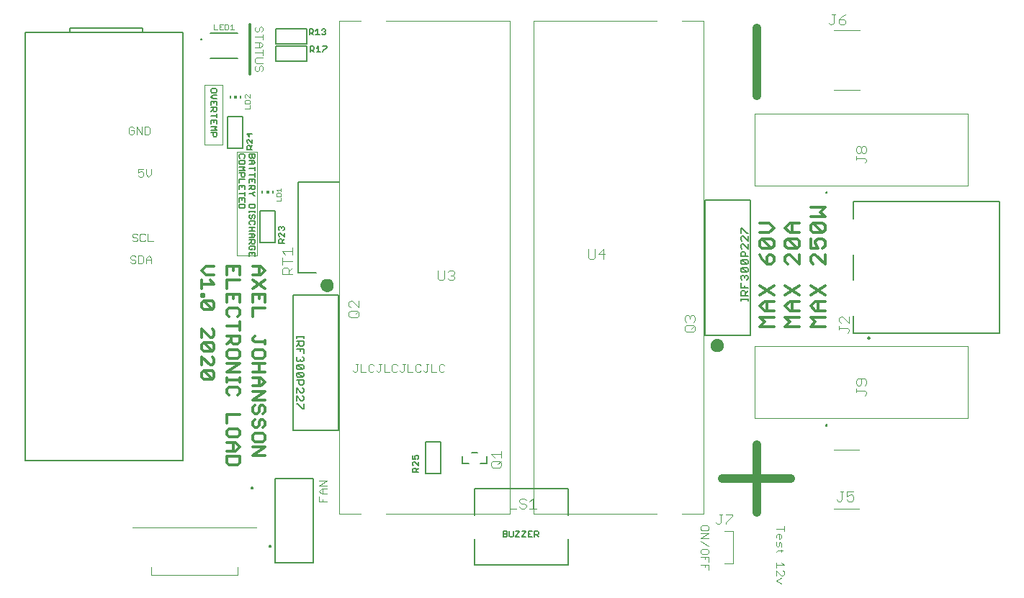
<source format=gbr>
G04 EAGLE Gerber RS-274X export*
G75*
%MOMM*%
%FSLAX34Y34*%
%LPD*%
%INSilkscreen Top*%
%IPPOS*%
%AMOC8*
5,1,8,0,0,1.08239X$1,22.5*%
G01*
%ADD10C,0.330200*%
%ADD11C,0.304800*%
%ADD12C,1.041400*%
%ADD13C,0.076200*%
%ADD14C,0.127000*%
%ADD15C,0.100000*%
%ADD16C,0.300000*%
%ADD17C,0.177800*%
%ADD18C,0.200000*%
%ADD19C,0.101600*%
%ADD20C,0.200000*%
%ADD21C,0.152400*%
%ADD22C,0.762000*%
%ADD23C,0.050800*%
%ADD24C,0.203200*%
%ADD25R,0.150000X0.300000*%
%ADD26R,0.300000X0.300000*%


D10*
X850349Y358651D02*
X833637Y358651D01*
X839208Y364222D01*
X833637Y369793D01*
X850349Y369793D01*
X850349Y377067D02*
X839208Y377067D01*
X833637Y382637D01*
X839208Y388208D01*
X850349Y388208D01*
X841993Y388208D02*
X841993Y377067D01*
X833637Y395482D02*
X850349Y406624D01*
X850349Y395482D02*
X833637Y406624D01*
X836422Y437885D02*
X833637Y443455D01*
X836422Y437885D02*
X841993Y432314D01*
X847564Y432314D01*
X850349Y435099D01*
X850349Y440670D01*
X847564Y443455D01*
X844778Y443455D01*
X841993Y440670D01*
X841993Y432314D01*
X847564Y450730D02*
X836422Y450730D01*
X833637Y453515D01*
X833637Y459086D01*
X836422Y461871D01*
X847564Y461871D01*
X850349Y459086D01*
X850349Y453515D01*
X847564Y450730D01*
X836422Y461871D01*
X833637Y469145D02*
X844778Y469145D01*
X850349Y474716D01*
X844778Y480287D01*
X833637Y480287D01*
X863637Y358651D02*
X880349Y358651D01*
X869208Y364222D02*
X863637Y358651D01*
X869208Y364222D02*
X863637Y369793D01*
X880349Y369793D01*
X880349Y377067D02*
X869208Y377067D01*
X863637Y382637D01*
X869208Y388208D01*
X880349Y388208D01*
X871993Y388208D02*
X871993Y377067D01*
X863637Y395482D02*
X880349Y406624D01*
X880349Y395482D02*
X863637Y406624D01*
X880349Y432314D02*
X880349Y443455D01*
X880349Y432314D02*
X869208Y443455D01*
X866422Y443455D01*
X863637Y440670D01*
X863637Y435099D01*
X866422Y432314D01*
X866422Y450730D02*
X877564Y450730D01*
X866422Y450730D02*
X863637Y453515D01*
X863637Y459086D01*
X866422Y461871D01*
X877564Y461871D01*
X880349Y459086D01*
X880349Y453515D01*
X877564Y450730D01*
X866422Y461871D01*
X869208Y469145D02*
X880349Y469145D01*
X869208Y469145D02*
X863637Y474716D01*
X869208Y480287D01*
X880349Y480287D01*
X871993Y480287D02*
X871993Y469145D01*
X893637Y358651D02*
X910349Y358651D01*
X899208Y364222D02*
X893637Y358651D01*
X899208Y364222D02*
X893637Y369793D01*
X910349Y369793D01*
X910349Y377067D02*
X899208Y377067D01*
X893637Y382637D01*
X899208Y388208D01*
X910349Y388208D01*
X901993Y388208D02*
X901993Y377067D01*
X893637Y395482D02*
X910349Y406624D01*
X910349Y395482D02*
X893637Y406624D01*
X910349Y432314D02*
X910349Y443455D01*
X910349Y432314D02*
X899208Y443455D01*
X896422Y443455D01*
X893637Y440670D01*
X893637Y435099D01*
X896422Y432314D01*
X893637Y450730D02*
X893637Y461871D01*
X893637Y450730D02*
X901993Y450730D01*
X899208Y456300D01*
X899208Y459086D01*
X901993Y461871D01*
X907564Y461871D01*
X910349Y459086D01*
X910349Y453515D01*
X907564Y450730D01*
X907564Y469145D02*
X896422Y469145D01*
X893637Y471931D01*
X893637Y477501D01*
X896422Y480287D01*
X907564Y480287D01*
X910349Y477501D01*
X910349Y471931D01*
X907564Y469145D01*
X896422Y480287D01*
X893637Y487561D02*
X910349Y487561D01*
X904778Y493132D01*
X910349Y498703D01*
X893637Y498703D01*
D11*
X247354Y429476D02*
X237524Y429476D01*
X247354Y429476D02*
X252269Y424561D01*
X247354Y419646D01*
X237524Y419646D01*
X244896Y419646D02*
X244896Y429476D01*
X252269Y413104D02*
X237524Y403275D01*
X237524Y413104D02*
X252269Y403275D01*
X252269Y396733D02*
X252269Y386903D01*
X252269Y396733D02*
X237524Y396733D01*
X237524Y386903D01*
X244896Y391818D02*
X244896Y396733D01*
X252269Y380361D02*
X237524Y380361D01*
X237524Y370532D01*
X239981Y347618D02*
X237524Y345161D01*
X237524Y342703D01*
X239981Y340246D01*
X252269Y340246D01*
X252269Y342703D02*
X252269Y337788D01*
X252269Y328789D02*
X252269Y323874D01*
X252269Y328789D02*
X249811Y331247D01*
X239981Y331247D01*
X237524Y328789D01*
X237524Y323874D01*
X239981Y321417D01*
X249811Y321417D01*
X252269Y323874D01*
X252269Y314875D02*
X237524Y314875D01*
X244896Y314875D02*
X244896Y305045D01*
X237524Y305045D02*
X252269Y305045D01*
X247354Y298504D02*
X237524Y298504D01*
X247354Y298504D02*
X252269Y293589D01*
X247354Y288674D01*
X237524Y288674D01*
X244896Y288674D02*
X244896Y298504D01*
X237524Y282132D02*
X252269Y282132D01*
X237524Y272302D01*
X252269Y272302D01*
X252269Y258388D02*
X249811Y255931D01*
X252269Y258388D02*
X252269Y263303D01*
X249811Y265760D01*
X247354Y265760D01*
X244896Y263303D01*
X244896Y258388D01*
X242439Y255931D01*
X239981Y255931D01*
X237524Y258388D01*
X237524Y263303D01*
X239981Y265760D01*
X252269Y242017D02*
X249811Y239559D01*
X252269Y242017D02*
X252269Y246931D01*
X249811Y249389D01*
X247354Y249389D01*
X244896Y246931D01*
X244896Y242017D01*
X242439Y239559D01*
X239981Y239559D01*
X237524Y242017D01*
X237524Y246931D01*
X239981Y249389D01*
X252269Y230560D02*
X252269Y225645D01*
X252269Y230560D02*
X249811Y233017D01*
X239981Y233017D01*
X237524Y230560D01*
X237524Y225645D01*
X239981Y223188D01*
X249811Y223188D01*
X252269Y225645D01*
X252269Y216646D02*
X237524Y216646D01*
X237524Y206816D02*
X252269Y216646D01*
X252269Y206816D02*
X237524Y206816D01*
D12*
X829949Y630207D02*
X829949Y709999D01*
X829949Y219999D02*
X829949Y140207D01*
X790053Y180103D02*
X869845Y180103D01*
D11*
X222269Y419646D02*
X222269Y429476D01*
X207524Y429476D01*
X207524Y419646D01*
X214896Y424561D02*
X214896Y429476D01*
X222269Y413104D02*
X207524Y413104D01*
X207524Y403275D01*
X222269Y396733D02*
X222269Y386903D01*
X222269Y396733D02*
X207524Y396733D01*
X207524Y386903D01*
X214896Y391818D02*
X214896Y396733D01*
X222269Y372989D02*
X219811Y370532D01*
X222269Y372989D02*
X222269Y377904D01*
X219811Y380361D01*
X209981Y380361D01*
X207524Y377904D01*
X207524Y372989D01*
X209981Y370532D01*
X207524Y359075D02*
X222269Y359075D01*
X222269Y363990D02*
X222269Y354160D01*
X222269Y347618D02*
X207524Y347618D01*
X222269Y347618D02*
X222269Y340246D01*
X219811Y337788D01*
X214896Y337788D01*
X212439Y340246D01*
X212439Y347618D01*
X212439Y342703D02*
X207524Y337788D01*
X222269Y328789D02*
X222269Y323874D01*
X222269Y328789D02*
X219811Y331247D01*
X209981Y331247D01*
X207524Y328789D01*
X207524Y323874D01*
X209981Y321417D01*
X219811Y321417D01*
X222269Y323874D01*
X222269Y314875D02*
X207524Y314875D01*
X207524Y305045D02*
X222269Y314875D01*
X222269Y305045D02*
X207524Y305045D01*
X207524Y298504D02*
X207524Y293589D01*
X207524Y296046D02*
X222269Y296046D01*
X222269Y293589D02*
X222269Y298504D01*
X222269Y280217D02*
X219811Y277759D01*
X222269Y280217D02*
X222269Y285132D01*
X219811Y287589D01*
X209981Y287589D01*
X207524Y285132D01*
X207524Y280217D01*
X209981Y277759D01*
X207524Y254846D02*
X222269Y254846D01*
X207524Y254846D02*
X207524Y245016D01*
X222269Y236017D02*
X222269Y231102D01*
X222269Y236017D02*
X219811Y238474D01*
X209981Y238474D01*
X207524Y236017D01*
X207524Y231102D01*
X209981Y228645D01*
X219811Y228645D01*
X222269Y231102D01*
X217354Y222103D02*
X207524Y222103D01*
X217354Y222103D02*
X222269Y217188D01*
X217354Y212273D01*
X207524Y212273D01*
X214896Y212273D02*
X214896Y222103D01*
X222269Y205731D02*
X207524Y205731D01*
X207524Y198359D01*
X209981Y195902D01*
X219811Y195902D01*
X222269Y198359D01*
X222269Y205731D01*
X192269Y429476D02*
X182439Y429476D01*
X177524Y424561D01*
X182439Y419646D01*
X192269Y419646D01*
X187354Y413104D02*
X192269Y408190D01*
X177524Y408190D01*
X177524Y413104D02*
X177524Y403275D01*
X177524Y396733D02*
X179981Y396733D01*
X179981Y394275D01*
X177524Y394275D01*
X177524Y396733D01*
X179981Y388547D02*
X189811Y388547D01*
X192269Y386090D01*
X192269Y381175D01*
X189811Y378717D01*
X179981Y378717D01*
X177524Y381175D01*
X177524Y386090D01*
X179981Y388547D01*
X189811Y378717D01*
X177524Y355804D02*
X177524Y345974D01*
X177524Y355804D02*
X187354Y345974D01*
X189811Y345974D01*
X192269Y348432D01*
X192269Y353347D01*
X189811Y355804D01*
X189811Y339432D02*
X179981Y339432D01*
X189811Y339432D02*
X192269Y336975D01*
X192269Y332060D01*
X189811Y329603D01*
X179981Y329603D01*
X177524Y332060D01*
X177524Y336975D01*
X179981Y339432D01*
X189811Y329603D01*
X177524Y323061D02*
X177524Y313231D01*
X177524Y323061D02*
X187354Y313231D01*
X189811Y313231D01*
X192269Y315689D01*
X192269Y320603D01*
X189811Y323061D01*
X189811Y306689D02*
X179981Y306689D01*
X189811Y306689D02*
X192269Y304232D01*
X192269Y299317D01*
X189811Y296860D01*
X179981Y296860D01*
X177524Y299317D01*
X177524Y304232D01*
X179981Y306689D01*
X189811Y296860D01*
D13*
X248086Y705455D02*
X249627Y706996D01*
X249627Y710078D01*
X248086Y711619D01*
X246545Y711619D01*
X245004Y710078D01*
X245004Y706996D01*
X243463Y705455D01*
X241922Y705455D01*
X240381Y706996D01*
X240381Y710078D01*
X241922Y711619D01*
X240381Y699329D02*
X249627Y699329D01*
X249627Y702411D02*
X249627Y696247D01*
X246545Y693203D02*
X240381Y693203D01*
X246545Y693203D02*
X249627Y690121D01*
X246545Y687039D01*
X240381Y687039D01*
X245004Y687039D02*
X245004Y693203D01*
X240381Y680914D02*
X249627Y680914D01*
X249627Y683995D02*
X249627Y677832D01*
X249627Y674788D02*
X241922Y674788D01*
X240381Y673247D01*
X240381Y670165D01*
X241922Y668624D01*
X249627Y668624D01*
X249627Y660957D02*
X248086Y659416D01*
X249627Y660957D02*
X249627Y664039D01*
X248086Y665580D01*
X246545Y665580D01*
X245004Y664039D01*
X245004Y660957D01*
X243463Y659416D01*
X241922Y659416D01*
X240381Y660957D01*
X240381Y664039D01*
X241922Y665580D01*
X853051Y120847D02*
X862297Y120847D01*
X862297Y117766D02*
X862297Y123929D01*
X853051Y113181D02*
X853051Y110099D01*
X853051Y113181D02*
X854592Y114722D01*
X857674Y114722D01*
X859215Y113181D01*
X859215Y110099D01*
X857674Y108558D01*
X856133Y108558D01*
X856133Y114722D01*
X853051Y105514D02*
X853051Y100891D01*
X854592Y99350D01*
X856133Y100891D01*
X856133Y103973D01*
X857674Y105514D01*
X859215Y103973D01*
X859215Y99350D01*
X860756Y94765D02*
X854592Y94765D01*
X853051Y93224D01*
X859215Y93224D02*
X859215Y96306D01*
X859215Y80959D02*
X862297Y77878D01*
X853051Y77878D01*
X853051Y80959D02*
X853051Y74796D01*
X853051Y71752D02*
X853051Y65588D01*
X853051Y71752D02*
X859215Y65588D01*
X860756Y65588D01*
X862297Y67129D01*
X862297Y70211D01*
X860756Y71752D01*
X859215Y62544D02*
X853051Y59462D01*
X859215Y56380D01*
X773627Y119996D02*
X773627Y123078D01*
X772086Y124619D01*
X765922Y124619D01*
X764381Y123078D01*
X764381Y119996D01*
X765922Y118455D01*
X772086Y118455D01*
X773627Y119996D01*
X773627Y115411D02*
X764381Y115411D01*
X764381Y109247D02*
X773627Y115411D01*
X773627Y109247D02*
X764381Y109247D01*
X764381Y106203D02*
X773627Y100039D01*
X773627Y95455D02*
X773627Y92373D01*
X773627Y95455D02*
X772086Y96995D01*
X765922Y96995D01*
X764381Y95455D01*
X764381Y92373D01*
X765922Y90832D01*
X772086Y90832D01*
X773627Y92373D01*
X773627Y87788D02*
X764381Y87788D01*
X773627Y87788D02*
X773627Y81624D01*
X769004Y84706D02*
X769004Y87788D01*
X764381Y78580D02*
X773627Y78580D01*
X773627Y72416D01*
X769004Y75498D02*
X769004Y78580D01*
D14*
X240371Y561365D02*
X233635Y561365D01*
X240371Y561365D02*
X240371Y557997D01*
X239248Y556875D01*
X238126Y556875D01*
X237003Y557997D01*
X235880Y556875D01*
X234758Y556875D01*
X233635Y557997D01*
X233635Y561365D01*
X237003Y561365D02*
X237003Y557997D01*
X238126Y553999D02*
X233635Y553999D01*
X238126Y553999D02*
X240371Y551753D01*
X238126Y549508D01*
X233635Y549508D01*
X237003Y549508D02*
X237003Y553999D01*
X233635Y544387D02*
X240371Y544387D01*
X240371Y546632D02*
X240371Y542142D01*
X240371Y537021D02*
X233635Y537021D01*
X240371Y539266D02*
X240371Y534776D01*
X240371Y531900D02*
X240371Y527409D01*
X240371Y531900D02*
X233635Y531900D01*
X233635Y527409D01*
X237003Y529655D02*
X237003Y531900D01*
X233635Y524534D02*
X240371Y524534D01*
X240371Y521166D01*
X239248Y520043D01*
X237003Y520043D01*
X235880Y521166D01*
X235880Y524534D01*
X235880Y522288D02*
X233635Y520043D01*
X239248Y517167D02*
X240371Y517167D01*
X239248Y517167D02*
X237003Y514922D01*
X239248Y512677D01*
X240371Y512677D01*
X237003Y514922D02*
X233635Y514922D01*
X233635Y502435D02*
X240371Y502435D01*
X233635Y502435D02*
X233635Y499067D01*
X234758Y497944D01*
X239248Y497944D01*
X240371Y499067D01*
X240371Y502435D01*
X233635Y495068D02*
X233635Y492823D01*
X233635Y493946D02*
X240371Y493946D01*
X240371Y495068D02*
X240371Y492823D01*
X240371Y486790D02*
X239248Y485667D01*
X240371Y486790D02*
X240371Y489035D01*
X239248Y490158D01*
X238126Y490158D01*
X237003Y489035D01*
X237003Y486790D01*
X235880Y485667D01*
X234758Y485667D01*
X233635Y486790D01*
X233635Y489035D01*
X234758Y490158D01*
X240371Y479423D02*
X239248Y478301D01*
X240371Y479423D02*
X240371Y481669D01*
X239248Y482791D01*
X234758Y482791D01*
X233635Y481669D01*
X233635Y479423D01*
X234758Y478301D01*
X233635Y475425D02*
X240371Y475425D01*
X237003Y475425D02*
X237003Y470935D01*
X240371Y470935D02*
X233635Y470935D01*
X233635Y468059D02*
X238126Y468059D01*
X240371Y465814D01*
X238126Y463568D01*
X233635Y463568D01*
X237003Y463568D02*
X237003Y468059D01*
X233635Y460693D02*
X240371Y460693D01*
X240371Y457325D01*
X239248Y456202D01*
X237003Y456202D01*
X235880Y457325D01*
X235880Y460693D01*
X235880Y458447D02*
X233635Y456202D01*
X240371Y449958D02*
X239248Y448836D01*
X240371Y449958D02*
X240371Y452204D01*
X239248Y453326D01*
X234758Y453326D01*
X233635Y452204D01*
X233635Y449958D01*
X234758Y448836D01*
X237003Y448836D01*
X237003Y451081D01*
X240371Y445960D02*
X240371Y441469D01*
X240371Y445960D02*
X233635Y445960D01*
X233635Y441469D01*
X237003Y443715D02*
X237003Y445960D01*
X227248Y556875D02*
X228371Y557997D01*
X228371Y560242D01*
X227248Y561365D01*
X222758Y561365D01*
X221635Y560242D01*
X221635Y557997D01*
X222758Y556875D01*
X228371Y552876D02*
X228371Y550631D01*
X228371Y552876D02*
X227248Y553999D01*
X222758Y553999D01*
X221635Y552876D01*
X221635Y550631D01*
X222758Y549508D01*
X227248Y549508D01*
X228371Y550631D01*
X228371Y546632D02*
X221635Y546632D01*
X226126Y544387D02*
X228371Y546632D01*
X226126Y544387D02*
X228371Y542142D01*
X221635Y542142D01*
X221635Y539266D02*
X228371Y539266D01*
X228371Y535898D01*
X227248Y534776D01*
X225003Y534776D01*
X223880Y535898D01*
X223880Y539266D01*
X221635Y531900D02*
X228371Y531900D01*
X221635Y531900D02*
X221635Y527409D01*
X228371Y524534D02*
X228371Y520043D01*
X228371Y524534D02*
X221635Y524534D01*
X221635Y520043D01*
X225003Y522288D02*
X225003Y524534D01*
X221635Y514922D02*
X228371Y514922D01*
X228371Y517167D02*
X228371Y512677D01*
X228371Y509801D02*
X228371Y505311D01*
X228371Y509801D02*
X221635Y509801D01*
X221635Y505311D01*
X225003Y507556D02*
X225003Y509801D01*
X228371Y502435D02*
X221635Y502435D01*
X221635Y499067D01*
X222758Y497944D01*
X227248Y497944D01*
X228371Y499067D01*
X228371Y502435D01*
D15*
X219000Y564000D02*
X243000Y564000D01*
X243000Y442000D01*
X219000Y442000D01*
X219000Y564000D01*
D16*
X234000Y656000D02*
X234000Y714000D01*
D14*
X195371Y637242D02*
X195371Y634997D01*
X195371Y637242D02*
X194248Y638365D01*
X189758Y638365D01*
X188635Y637242D01*
X188635Y634997D01*
X189758Y633875D01*
X194248Y633875D01*
X195371Y634997D01*
X195371Y630999D02*
X190880Y630999D01*
X188635Y628753D01*
X190880Y626508D01*
X195371Y626508D01*
X195371Y623632D02*
X195371Y619142D01*
X195371Y623632D02*
X188635Y623632D01*
X188635Y619142D01*
X192003Y621387D02*
X192003Y623632D01*
X188635Y616266D02*
X195371Y616266D01*
X195371Y612898D01*
X194248Y611776D01*
X192003Y611776D01*
X190880Y612898D01*
X190880Y616266D01*
X190880Y614021D02*
X188635Y611776D01*
X188635Y606655D02*
X195371Y606655D01*
X195371Y608900D02*
X195371Y604409D01*
X195371Y601534D02*
X195371Y597043D01*
X195371Y601534D02*
X188635Y601534D01*
X188635Y597043D01*
X192003Y599288D02*
X192003Y601534D01*
X188635Y594167D02*
X195371Y594167D01*
X193126Y591922D01*
X195371Y589677D01*
X188635Y589677D01*
X188635Y586801D02*
X195371Y586801D01*
X195371Y583433D01*
X194248Y582311D01*
X192003Y582311D01*
X190880Y583433D01*
X190880Y586801D01*
D15*
X202000Y573000D02*
X202000Y643000D01*
X202000Y573000D02*
X181000Y573000D01*
X181000Y643000D01*
X202000Y643000D01*
X241681Y121818D02*
X96342Y121818D01*
D13*
X355381Y306922D02*
X356922Y305381D01*
X358463Y305381D01*
X360004Y306922D01*
X360004Y314627D01*
X358463Y314627D02*
X361545Y314627D01*
X364589Y314627D02*
X364589Y305381D01*
X370753Y305381D01*
X379961Y313086D02*
X378420Y314627D01*
X375338Y314627D01*
X373797Y313086D01*
X373797Y306922D01*
X375338Y305381D01*
X378420Y305381D01*
X379961Y306922D01*
X383005Y306922D02*
X384546Y305381D01*
X386086Y305381D01*
X387627Y306922D01*
X387627Y314627D01*
X386086Y314627D02*
X389168Y314627D01*
X392212Y314627D02*
X392212Y305381D01*
X398376Y305381D01*
X407584Y313086D02*
X406043Y314627D01*
X402961Y314627D01*
X401420Y313086D01*
X401420Y306922D01*
X402961Y305381D01*
X406043Y305381D01*
X407584Y306922D01*
X410628Y306922D02*
X412169Y305381D01*
X413710Y305381D01*
X415251Y306922D01*
X415251Y314627D01*
X413710Y314627D02*
X416792Y314627D01*
X419836Y314627D02*
X419836Y305381D01*
X426000Y305381D01*
X435208Y313086D02*
X433667Y314627D01*
X430585Y314627D01*
X429044Y313086D01*
X429044Y306922D01*
X430585Y305381D01*
X433667Y305381D01*
X435208Y306922D01*
X438252Y306922D02*
X439793Y305381D01*
X441334Y305381D01*
X442875Y306922D01*
X442875Y314627D01*
X441334Y314627D02*
X444416Y314627D01*
X447459Y314627D02*
X447459Y305381D01*
X453623Y305381D01*
X462831Y313086D02*
X461290Y314627D01*
X458208Y314627D01*
X456667Y313086D01*
X456667Y306922D01*
X458208Y305381D01*
X461290Y305381D01*
X462831Y306922D01*
D14*
X532035Y117871D02*
X532035Y111135D01*
X532035Y117871D02*
X535403Y117871D01*
X536526Y116748D01*
X536526Y115626D01*
X535403Y114503D01*
X536526Y113380D01*
X536526Y112258D01*
X535403Y111135D01*
X532035Y111135D01*
X532035Y114503D02*
X535403Y114503D01*
X539401Y112258D02*
X539401Y117871D01*
X539401Y112258D02*
X540524Y111135D01*
X542769Y111135D01*
X543892Y112258D01*
X543892Y117871D01*
X546768Y117871D02*
X551258Y117871D01*
X551258Y116748D01*
X546768Y112258D01*
X546768Y111135D01*
X551258Y111135D01*
X554134Y117871D02*
X558624Y117871D01*
X558624Y116748D01*
X554134Y112258D01*
X554134Y111135D01*
X558624Y111135D01*
X561500Y117871D02*
X565991Y117871D01*
X561500Y117871D02*
X561500Y111135D01*
X565991Y111135D01*
X563745Y114503D02*
X561500Y114503D01*
X568866Y111135D02*
X568866Y117871D01*
X572234Y117871D01*
X573357Y116748D01*
X573357Y114503D01*
X572234Y113380D01*
X568866Y113380D01*
X571112Y113380D02*
X573357Y111135D01*
D17*
X289089Y344868D02*
X289089Y347611D01*
X289089Y346240D02*
X297318Y346240D01*
X297318Y347611D02*
X297318Y344868D01*
X297318Y341472D02*
X289089Y341472D01*
X297318Y341472D02*
X297318Y337358D01*
X295947Y335986D01*
X293204Y335986D01*
X291832Y337358D01*
X291832Y341472D01*
X291832Y338729D02*
X289089Y335986D01*
X289089Y332265D02*
X297318Y332265D01*
X297318Y326779D01*
X293204Y329522D02*
X293204Y332265D01*
X295947Y323057D02*
X297318Y321685D01*
X297318Y318942D01*
X295947Y317571D01*
X294575Y317571D01*
X293204Y318942D01*
X293204Y320314D01*
X293204Y318942D02*
X291832Y317571D01*
X290461Y317571D01*
X289089Y318942D01*
X289089Y321685D01*
X290461Y323057D01*
X290461Y313849D02*
X295947Y313849D01*
X297318Y312477D01*
X297318Y309734D01*
X295947Y308363D01*
X290461Y308363D01*
X289089Y309734D01*
X289089Y312477D01*
X290461Y313849D01*
X295947Y308363D01*
X295947Y304641D02*
X290461Y304641D01*
X295947Y304641D02*
X297318Y303270D01*
X297318Y300527D01*
X295947Y299155D01*
X290461Y299155D01*
X289089Y300527D01*
X289089Y303270D01*
X290461Y304641D01*
X295947Y299155D01*
X297318Y295433D02*
X289089Y295433D01*
X297318Y295433D02*
X297318Y291319D01*
X295947Y289947D01*
X293204Y289947D01*
X291832Y291319D01*
X291832Y295433D01*
X289089Y286225D02*
X289089Y280739D01*
X289089Y286225D02*
X294575Y280739D01*
X295947Y280739D01*
X297318Y282111D01*
X297318Y284854D01*
X295947Y286225D01*
X289089Y277018D02*
X289089Y271532D01*
X289089Y277018D02*
X294575Y271532D01*
X295947Y271532D01*
X297318Y272903D01*
X297318Y275646D01*
X295947Y277018D01*
X297318Y267810D02*
X297318Y262324D01*
X295947Y262324D01*
X290461Y267810D01*
X289089Y267810D01*
X819711Y388889D02*
X819711Y391632D01*
X819711Y390261D02*
X811482Y390261D01*
X811482Y391632D02*
X811482Y388889D01*
X811482Y395028D02*
X819711Y395028D01*
X811482Y395028D02*
X811482Y399142D01*
X812854Y400514D01*
X815597Y400514D01*
X816968Y399142D01*
X816968Y395028D01*
X816968Y397771D02*
X819711Y400514D01*
X819711Y404235D02*
X811482Y404235D01*
X811482Y409721D01*
X815597Y406978D02*
X815597Y404235D01*
X812854Y413443D02*
X811482Y414815D01*
X811482Y417558D01*
X812854Y418929D01*
X814225Y418929D01*
X815597Y417558D01*
X815597Y416186D01*
X815597Y417558D02*
X816968Y418929D01*
X818340Y418929D01*
X819711Y417558D01*
X819711Y414815D01*
X818340Y413443D01*
X818340Y422651D02*
X812854Y422651D01*
X811482Y424023D01*
X811482Y426766D01*
X812854Y428137D01*
X818340Y428137D01*
X819711Y426766D01*
X819711Y424023D01*
X818340Y422651D01*
X812854Y428137D01*
X812854Y431859D02*
X818340Y431859D01*
X812854Y431859D02*
X811482Y433230D01*
X811482Y435973D01*
X812854Y437345D01*
X818340Y437345D01*
X819711Y435973D01*
X819711Y433230D01*
X818340Y431859D01*
X812854Y437345D01*
X811482Y441067D02*
X819711Y441067D01*
X811482Y441067D02*
X811482Y445181D01*
X812854Y446553D01*
X815597Y446553D01*
X816968Y445181D01*
X816968Y441067D01*
X819711Y450275D02*
X819711Y455761D01*
X819711Y450275D02*
X814225Y455761D01*
X812854Y455761D01*
X811482Y454389D01*
X811482Y451646D01*
X812854Y450275D01*
X819711Y459482D02*
X819711Y464968D01*
X819711Y459482D02*
X814225Y464968D01*
X812854Y464968D01*
X811482Y463597D01*
X811482Y460854D01*
X812854Y459482D01*
X811482Y468690D02*
X811482Y474176D01*
X812854Y474176D01*
X818340Y468690D01*
X819711Y468690D01*
D14*
X943350Y371100D02*
X943350Y350700D01*
X943350Y413300D02*
X943350Y443100D01*
X943350Y485300D02*
X943350Y505700D01*
X1115350Y505700D01*
X1115350Y350700D01*
X943350Y350700D01*
D18*
X960850Y345200D02*
X960852Y345263D01*
X960858Y345325D01*
X960868Y345387D01*
X960881Y345449D01*
X960899Y345509D01*
X960920Y345568D01*
X960945Y345626D01*
X960974Y345682D01*
X961006Y345736D01*
X961041Y345788D01*
X961079Y345837D01*
X961121Y345885D01*
X961165Y345929D01*
X961213Y345971D01*
X961262Y346009D01*
X961314Y346044D01*
X961368Y346076D01*
X961424Y346105D01*
X961482Y346130D01*
X961541Y346151D01*
X961601Y346169D01*
X961663Y346182D01*
X961725Y346192D01*
X961787Y346198D01*
X961850Y346200D01*
X961913Y346198D01*
X961975Y346192D01*
X962037Y346182D01*
X962099Y346169D01*
X962159Y346151D01*
X962218Y346130D01*
X962276Y346105D01*
X962332Y346076D01*
X962386Y346044D01*
X962438Y346009D01*
X962487Y345971D01*
X962535Y345929D01*
X962579Y345885D01*
X962621Y345837D01*
X962659Y345788D01*
X962694Y345736D01*
X962726Y345682D01*
X962755Y345626D01*
X962780Y345568D01*
X962801Y345509D01*
X962819Y345449D01*
X962832Y345387D01*
X962842Y345325D01*
X962848Y345263D01*
X962850Y345200D01*
X962848Y345137D01*
X962842Y345075D01*
X962832Y345013D01*
X962819Y344951D01*
X962801Y344891D01*
X962780Y344832D01*
X962755Y344774D01*
X962726Y344718D01*
X962694Y344664D01*
X962659Y344612D01*
X962621Y344563D01*
X962579Y344515D01*
X962535Y344471D01*
X962487Y344429D01*
X962438Y344391D01*
X962386Y344356D01*
X962332Y344324D01*
X962276Y344295D01*
X962218Y344270D01*
X962159Y344249D01*
X962099Y344231D01*
X962037Y344218D01*
X961975Y344208D01*
X961913Y344202D01*
X961850Y344200D01*
X961787Y344202D01*
X961725Y344208D01*
X961663Y344218D01*
X961601Y344231D01*
X961541Y344249D01*
X961482Y344270D01*
X961424Y344295D01*
X961368Y344324D01*
X961314Y344356D01*
X961262Y344391D01*
X961213Y344429D01*
X961165Y344471D01*
X961121Y344515D01*
X961079Y344563D01*
X961041Y344612D01*
X961006Y344664D01*
X960974Y344718D01*
X960945Y344774D01*
X960920Y344832D01*
X960899Y344891D01*
X960881Y344951D01*
X960868Y345013D01*
X960858Y345075D01*
X960852Y345137D01*
X960850Y345200D01*
D19*
X938842Y353157D02*
X936893Y351208D01*
X938842Y353157D02*
X938842Y355106D01*
X936893Y357055D01*
X927148Y357055D01*
X927148Y355106D02*
X927148Y359004D01*
X938842Y362902D02*
X938842Y370698D01*
X938842Y362902D02*
X931046Y370698D01*
X929097Y370698D01*
X927148Y368749D01*
X927148Y364851D01*
X929097Y362902D01*
D15*
X364460Y717942D02*
X339460Y717942D01*
X339460Y137942D01*
X364460Y137942D01*
X394460Y137942D02*
X539460Y137942D01*
X539460Y717942D01*
X394460Y717942D01*
D19*
X455274Y424794D02*
X455274Y415049D01*
X457223Y413100D01*
X461121Y413100D01*
X463070Y415049D01*
X463070Y424794D01*
X466968Y422845D02*
X468917Y424794D01*
X472815Y424794D01*
X474764Y422845D01*
X474764Y420896D01*
X472815Y418947D01*
X470866Y418947D01*
X472815Y418947D02*
X474764Y416998D01*
X474764Y415049D01*
X472815Y413100D01*
X468917Y413100D01*
X466968Y415049D01*
D15*
X742500Y138000D02*
X767500Y138000D01*
X767500Y718000D01*
X742500Y718000D01*
X712500Y718000D02*
X567500Y718000D01*
X567500Y138000D01*
X712500Y138000D01*
D19*
X632314Y440107D02*
X632314Y449852D01*
X632314Y440107D02*
X634263Y438158D01*
X638161Y438158D01*
X640110Y440107D01*
X640110Y449852D01*
X649855Y449852D02*
X649855Y438158D01*
X644008Y444005D02*
X649855Y449852D01*
X651804Y444005D02*
X644008Y444005D01*
D15*
X118520Y75940D02*
X118520Y65940D01*
X219520Y65940D01*
X219520Y75940D01*
D20*
X236520Y167940D03*
D18*
X236582Y167942D01*
X236643Y167948D01*
X236704Y167957D01*
X236764Y167970D01*
X236823Y167987D01*
X236881Y168008D01*
X236938Y168032D01*
X236993Y168059D01*
X237046Y168090D01*
X237098Y168124D01*
X237147Y168161D01*
X237194Y168201D01*
X237238Y168244D01*
X237279Y168289D01*
X237318Y168337D01*
X237354Y168388D01*
X237386Y168440D01*
X237415Y168494D01*
X237441Y168550D01*
X237463Y168608D01*
X237482Y168666D01*
X237497Y168726D01*
X237508Y168787D01*
X237516Y168848D01*
X237520Y168909D01*
X237520Y168971D01*
X237516Y169032D01*
X237508Y169093D01*
X237497Y169154D01*
X237482Y169214D01*
X237463Y169272D01*
X237441Y169330D01*
X237415Y169386D01*
X237386Y169440D01*
X237354Y169492D01*
X237318Y169543D01*
X237279Y169591D01*
X237238Y169636D01*
X237194Y169679D01*
X237147Y169719D01*
X237098Y169756D01*
X237046Y169790D01*
X236993Y169821D01*
X236938Y169848D01*
X236881Y169872D01*
X236823Y169893D01*
X236764Y169910D01*
X236704Y169923D01*
X236643Y169932D01*
X236582Y169938D01*
X236520Y169940D01*
D20*
X236520Y169940D03*
D18*
X236458Y169938D01*
X236397Y169932D01*
X236336Y169923D01*
X236276Y169910D01*
X236217Y169893D01*
X236159Y169872D01*
X236102Y169848D01*
X236047Y169821D01*
X235994Y169790D01*
X235942Y169756D01*
X235893Y169719D01*
X235846Y169679D01*
X235802Y169636D01*
X235761Y169591D01*
X235722Y169543D01*
X235686Y169492D01*
X235654Y169440D01*
X235625Y169386D01*
X235599Y169330D01*
X235577Y169272D01*
X235558Y169214D01*
X235543Y169154D01*
X235532Y169093D01*
X235524Y169032D01*
X235520Y168971D01*
X235520Y168909D01*
X235524Y168848D01*
X235532Y168787D01*
X235543Y168726D01*
X235558Y168666D01*
X235577Y168608D01*
X235599Y168550D01*
X235625Y168494D01*
X235654Y168440D01*
X235686Y168388D01*
X235722Y168337D01*
X235761Y168289D01*
X235802Y168244D01*
X235846Y168201D01*
X235893Y168161D01*
X235942Y168124D01*
X235994Y168090D01*
X236047Y168059D01*
X236102Y168032D01*
X236159Y168008D01*
X236217Y167987D01*
X236276Y167970D01*
X236336Y167957D01*
X236397Y167948D01*
X236458Y167942D01*
X236520Y167940D01*
D21*
X155300Y201150D02*
X155300Y704070D01*
X155380Y704410D02*
X-30040Y704410D01*
X-29620Y200830D02*
X155800Y200830D01*
X-30120Y201150D02*
X-30120Y704070D01*
D13*
X96444Y594067D02*
X97985Y592526D01*
X96444Y594067D02*
X93362Y594067D01*
X91821Y592526D01*
X91821Y586362D01*
X93362Y584821D01*
X96444Y584821D01*
X97985Y586362D01*
X97985Y589444D01*
X94903Y589444D01*
X101029Y584821D02*
X101029Y594067D01*
X107193Y584821D01*
X107193Y594067D01*
X110237Y594067D02*
X110237Y584821D01*
X114860Y584821D01*
X116401Y586362D01*
X116401Y592526D01*
X114860Y594067D01*
X110237Y594067D01*
X108985Y544067D02*
X102821Y544067D01*
X102821Y539444D01*
X105903Y540985D01*
X107444Y540985D01*
X108985Y539444D01*
X108985Y536362D01*
X107444Y534821D01*
X104362Y534821D01*
X102821Y536362D01*
X112029Y537903D02*
X112029Y544067D01*
X112029Y537903D02*
X115111Y534821D01*
X118193Y537903D01*
X118193Y544067D01*
X100444Y468067D02*
X101985Y466526D01*
X100444Y468067D02*
X97362Y468067D01*
X95821Y466526D01*
X95821Y464985D01*
X97362Y463444D01*
X100444Y463444D01*
X101985Y461903D01*
X101985Y460362D01*
X100444Y458821D01*
X97362Y458821D01*
X95821Y460362D01*
X109652Y468067D02*
X111193Y466526D01*
X109652Y468067D02*
X106570Y468067D01*
X105029Y466526D01*
X105029Y460362D01*
X106570Y458821D01*
X109652Y458821D01*
X111193Y460362D01*
X114237Y458821D02*
X114237Y468067D01*
X114237Y458821D02*
X120401Y458821D01*
X99985Y440526D02*
X98444Y442067D01*
X95362Y442067D01*
X93821Y440526D01*
X93821Y438985D01*
X95362Y437444D01*
X98444Y437444D01*
X99985Y435903D01*
X99985Y434362D01*
X98444Y432821D01*
X95362Y432821D01*
X93821Y434362D01*
X103029Y432821D02*
X103029Y442067D01*
X103029Y432821D02*
X107652Y432821D01*
X109193Y434362D01*
X109193Y440526D01*
X107652Y442067D01*
X103029Y442067D01*
X112237Y438985D02*
X112237Y432821D01*
X112237Y438985D02*
X115319Y442067D01*
X118401Y438985D01*
X118401Y432821D01*
X118401Y437444D02*
X112237Y437444D01*
D21*
X22440Y704440D02*
X22440Y709440D01*
X108440Y709440D01*
X108440Y704440D01*
D15*
X920540Y213860D02*
X950540Y213860D01*
X950540Y143860D02*
X920540Y143860D01*
D19*
X926303Y153018D02*
X924354Y154967D01*
X926303Y153018D02*
X928252Y153018D01*
X930201Y154967D01*
X930201Y164712D01*
X928252Y164712D02*
X932150Y164712D01*
X936048Y164712D02*
X943844Y164712D01*
X936048Y164712D02*
X936048Y158865D01*
X939946Y160814D01*
X941895Y160814D01*
X943844Y158865D01*
X943844Y154967D01*
X941895Y153018D01*
X937997Y153018D01*
X936048Y154967D01*
D15*
X921040Y707340D02*
X951040Y707340D01*
X951040Y637340D02*
X921040Y637340D01*
D19*
X916803Y713998D02*
X914854Y715947D01*
X916803Y713998D02*
X918752Y713998D01*
X920701Y715947D01*
X920701Y725692D01*
X918752Y725692D02*
X922650Y725692D01*
X930446Y723743D02*
X934344Y725692D01*
X930446Y723743D02*
X926548Y719845D01*
X926548Y715947D01*
X928497Y713998D01*
X932395Y713998D01*
X934344Y715947D01*
X934344Y717896D01*
X932395Y719845D01*
X926548Y719845D01*
D14*
X308500Y179500D02*
X308500Y80500D01*
X263500Y80500D01*
X263500Y179500D01*
X308500Y179500D01*
D18*
X257000Y100000D02*
X257002Y100063D01*
X257008Y100125D01*
X257018Y100187D01*
X257031Y100249D01*
X257049Y100309D01*
X257070Y100368D01*
X257095Y100426D01*
X257124Y100482D01*
X257156Y100536D01*
X257191Y100588D01*
X257229Y100637D01*
X257271Y100685D01*
X257315Y100729D01*
X257363Y100771D01*
X257412Y100809D01*
X257464Y100844D01*
X257518Y100876D01*
X257574Y100905D01*
X257632Y100930D01*
X257691Y100951D01*
X257751Y100969D01*
X257813Y100982D01*
X257875Y100992D01*
X257937Y100998D01*
X258000Y101000D01*
X258063Y100998D01*
X258125Y100992D01*
X258187Y100982D01*
X258249Y100969D01*
X258309Y100951D01*
X258368Y100930D01*
X258426Y100905D01*
X258482Y100876D01*
X258536Y100844D01*
X258588Y100809D01*
X258637Y100771D01*
X258685Y100729D01*
X258729Y100685D01*
X258771Y100637D01*
X258809Y100588D01*
X258844Y100536D01*
X258876Y100482D01*
X258905Y100426D01*
X258930Y100368D01*
X258951Y100309D01*
X258969Y100249D01*
X258982Y100187D01*
X258992Y100125D01*
X258998Y100063D01*
X259000Y100000D01*
X258998Y99937D01*
X258992Y99875D01*
X258982Y99813D01*
X258969Y99751D01*
X258951Y99691D01*
X258930Y99632D01*
X258905Y99574D01*
X258876Y99518D01*
X258844Y99464D01*
X258809Y99412D01*
X258771Y99363D01*
X258729Y99315D01*
X258685Y99271D01*
X258637Y99229D01*
X258588Y99191D01*
X258536Y99156D01*
X258482Y99124D01*
X258426Y99095D01*
X258368Y99070D01*
X258309Y99049D01*
X258249Y99031D01*
X258187Y99018D01*
X258125Y99008D01*
X258063Y99002D01*
X258000Y99000D01*
X257937Y99002D01*
X257875Y99008D01*
X257813Y99018D01*
X257751Y99031D01*
X257691Y99049D01*
X257632Y99070D01*
X257574Y99095D01*
X257518Y99124D01*
X257464Y99156D01*
X257412Y99191D01*
X257363Y99229D01*
X257315Y99271D01*
X257271Y99315D01*
X257229Y99363D01*
X257191Y99412D01*
X257156Y99464D01*
X257124Y99518D01*
X257095Y99574D01*
X257070Y99632D01*
X257049Y99691D01*
X257031Y99751D01*
X257018Y99813D01*
X257008Y99875D01*
X257002Y99937D01*
X257000Y100000D01*
D13*
X315373Y152303D02*
X324784Y152303D01*
X315373Y152303D02*
X315373Y158577D01*
X320078Y155440D02*
X320078Y152303D01*
X318510Y161662D02*
X324784Y161662D01*
X318510Y161662D02*
X315373Y164799D01*
X318510Y167936D01*
X324784Y167936D01*
X320078Y167936D02*
X320078Y161662D01*
X324784Y171022D02*
X315373Y171022D01*
X324784Y177295D01*
X315373Y177295D01*
D14*
X338550Y395350D02*
X285450Y395350D01*
X285450Y236650D01*
X338550Y236650D01*
X338550Y395350D01*
D22*
X320890Y407440D02*
X320892Y407563D01*
X320898Y407687D01*
X320908Y407810D01*
X320922Y407932D01*
X320940Y408054D01*
X320962Y408176D01*
X320987Y408296D01*
X321017Y408416D01*
X321051Y408535D01*
X321088Y408653D01*
X321129Y408769D01*
X321174Y408884D01*
X321223Y408997D01*
X321275Y409109D01*
X321331Y409219D01*
X321390Y409327D01*
X321453Y409433D01*
X321519Y409537D01*
X321589Y409639D01*
X321662Y409739D01*
X321738Y409836D01*
X321817Y409931D01*
X321899Y410023D01*
X321984Y410112D01*
X322072Y410199D01*
X322163Y410282D01*
X322256Y410363D01*
X322352Y410441D01*
X322451Y410515D01*
X322551Y410586D01*
X322654Y410654D01*
X322759Y410719D01*
X322867Y410780D01*
X322976Y410838D01*
X323087Y410892D01*
X323199Y410942D01*
X323314Y410989D01*
X323429Y411032D01*
X323546Y411071D01*
X323664Y411107D01*
X323784Y411138D01*
X323904Y411166D01*
X324025Y411190D01*
X324147Y411210D01*
X324269Y411226D01*
X324392Y411238D01*
X324515Y411246D01*
X324638Y411250D01*
X324762Y411250D01*
X324885Y411246D01*
X325008Y411238D01*
X325131Y411226D01*
X325253Y411210D01*
X325375Y411190D01*
X325496Y411166D01*
X325616Y411138D01*
X325736Y411107D01*
X325854Y411071D01*
X325971Y411032D01*
X326086Y410989D01*
X326201Y410942D01*
X326313Y410892D01*
X326424Y410838D01*
X326533Y410780D01*
X326641Y410719D01*
X326746Y410654D01*
X326849Y410586D01*
X326949Y410515D01*
X327048Y410441D01*
X327144Y410363D01*
X327237Y410282D01*
X327328Y410199D01*
X327416Y410112D01*
X327501Y410023D01*
X327583Y409931D01*
X327662Y409836D01*
X327738Y409739D01*
X327811Y409639D01*
X327881Y409537D01*
X327947Y409433D01*
X328010Y409327D01*
X328069Y409219D01*
X328125Y409109D01*
X328177Y408997D01*
X328226Y408884D01*
X328271Y408769D01*
X328312Y408653D01*
X328349Y408535D01*
X328383Y408416D01*
X328413Y408296D01*
X328438Y408176D01*
X328460Y408054D01*
X328478Y407932D01*
X328492Y407810D01*
X328502Y407687D01*
X328508Y407563D01*
X328510Y407440D01*
X328508Y407317D01*
X328502Y407193D01*
X328492Y407070D01*
X328478Y406948D01*
X328460Y406826D01*
X328438Y406704D01*
X328413Y406584D01*
X328383Y406464D01*
X328349Y406345D01*
X328312Y406227D01*
X328271Y406111D01*
X328226Y405996D01*
X328177Y405883D01*
X328125Y405771D01*
X328069Y405661D01*
X328010Y405553D01*
X327947Y405447D01*
X327881Y405343D01*
X327811Y405241D01*
X327738Y405141D01*
X327662Y405044D01*
X327583Y404949D01*
X327501Y404857D01*
X327416Y404768D01*
X327328Y404681D01*
X327237Y404598D01*
X327144Y404517D01*
X327048Y404439D01*
X326949Y404365D01*
X326849Y404294D01*
X326746Y404226D01*
X326641Y404161D01*
X326533Y404100D01*
X326424Y404042D01*
X326313Y403988D01*
X326201Y403938D01*
X326086Y403891D01*
X325971Y403848D01*
X325854Y403809D01*
X325736Y403773D01*
X325616Y403742D01*
X325496Y403714D01*
X325375Y403690D01*
X325253Y403670D01*
X325131Y403654D01*
X325008Y403642D01*
X324885Y403634D01*
X324762Y403630D01*
X324638Y403630D01*
X324515Y403634D01*
X324392Y403642D01*
X324269Y403654D01*
X324147Y403670D01*
X324025Y403690D01*
X323904Y403714D01*
X323784Y403742D01*
X323664Y403773D01*
X323546Y403809D01*
X323429Y403848D01*
X323314Y403891D01*
X323199Y403938D01*
X323087Y403988D01*
X322976Y404042D01*
X322867Y404100D01*
X322759Y404161D01*
X322654Y404226D01*
X322551Y404294D01*
X322451Y404365D01*
X322352Y404439D01*
X322256Y404517D01*
X322163Y404598D01*
X322072Y404681D01*
X321984Y404768D01*
X321899Y404857D01*
X321817Y404949D01*
X321738Y405044D01*
X321662Y405141D01*
X321589Y405241D01*
X321519Y405343D01*
X321453Y405447D01*
X321390Y405553D01*
X321331Y405661D01*
X321275Y405771D01*
X321223Y405883D01*
X321174Y405996D01*
X321129Y406111D01*
X321088Y406227D01*
X321051Y406345D01*
X321017Y406464D01*
X320987Y406584D01*
X320962Y406704D01*
X320940Y406826D01*
X320922Y406948D01*
X320908Y407070D01*
X320898Y407193D01*
X320892Y407317D01*
X320890Y407440D01*
D19*
X352591Y369378D02*
X360396Y369378D01*
X352591Y369378D02*
X350640Y371329D01*
X350640Y375232D01*
X352591Y377183D01*
X360396Y377183D01*
X362348Y375232D01*
X362348Y371329D01*
X360396Y369378D01*
X358445Y373281D02*
X362348Y377183D01*
X362348Y381085D02*
X362348Y388890D01*
X362348Y381085D02*
X354542Y388890D01*
X352591Y388890D01*
X350640Y386939D01*
X350640Y383036D01*
X352591Y381085D01*
D14*
X769450Y348650D02*
X822550Y348650D01*
X822550Y507350D01*
X769450Y507350D01*
X769450Y348650D01*
D22*
X779490Y336560D02*
X779492Y336683D01*
X779498Y336807D01*
X779508Y336930D01*
X779522Y337052D01*
X779540Y337174D01*
X779562Y337296D01*
X779587Y337416D01*
X779617Y337536D01*
X779651Y337655D01*
X779688Y337773D01*
X779729Y337889D01*
X779774Y338004D01*
X779823Y338117D01*
X779875Y338229D01*
X779931Y338339D01*
X779990Y338447D01*
X780053Y338553D01*
X780119Y338657D01*
X780189Y338759D01*
X780262Y338859D01*
X780338Y338956D01*
X780417Y339051D01*
X780499Y339143D01*
X780584Y339232D01*
X780672Y339319D01*
X780763Y339402D01*
X780856Y339483D01*
X780952Y339561D01*
X781051Y339635D01*
X781151Y339706D01*
X781254Y339774D01*
X781359Y339839D01*
X781467Y339900D01*
X781576Y339958D01*
X781687Y340012D01*
X781799Y340062D01*
X781914Y340109D01*
X782029Y340152D01*
X782146Y340191D01*
X782264Y340227D01*
X782384Y340258D01*
X782504Y340286D01*
X782625Y340310D01*
X782747Y340330D01*
X782869Y340346D01*
X782992Y340358D01*
X783115Y340366D01*
X783238Y340370D01*
X783362Y340370D01*
X783485Y340366D01*
X783608Y340358D01*
X783731Y340346D01*
X783853Y340330D01*
X783975Y340310D01*
X784096Y340286D01*
X784216Y340258D01*
X784336Y340227D01*
X784454Y340191D01*
X784571Y340152D01*
X784686Y340109D01*
X784801Y340062D01*
X784913Y340012D01*
X785024Y339958D01*
X785133Y339900D01*
X785241Y339839D01*
X785346Y339774D01*
X785449Y339706D01*
X785549Y339635D01*
X785648Y339561D01*
X785744Y339483D01*
X785837Y339402D01*
X785928Y339319D01*
X786016Y339232D01*
X786101Y339143D01*
X786183Y339051D01*
X786262Y338956D01*
X786338Y338859D01*
X786411Y338759D01*
X786481Y338657D01*
X786547Y338553D01*
X786610Y338447D01*
X786669Y338339D01*
X786725Y338229D01*
X786777Y338117D01*
X786826Y338004D01*
X786871Y337889D01*
X786912Y337773D01*
X786949Y337655D01*
X786983Y337536D01*
X787013Y337416D01*
X787038Y337296D01*
X787060Y337174D01*
X787078Y337052D01*
X787092Y336930D01*
X787102Y336807D01*
X787108Y336683D01*
X787110Y336560D01*
X787108Y336437D01*
X787102Y336313D01*
X787092Y336190D01*
X787078Y336068D01*
X787060Y335946D01*
X787038Y335824D01*
X787013Y335704D01*
X786983Y335584D01*
X786949Y335465D01*
X786912Y335347D01*
X786871Y335231D01*
X786826Y335116D01*
X786777Y335003D01*
X786725Y334891D01*
X786669Y334781D01*
X786610Y334673D01*
X786547Y334567D01*
X786481Y334463D01*
X786411Y334361D01*
X786338Y334261D01*
X786262Y334164D01*
X786183Y334069D01*
X786101Y333977D01*
X786016Y333888D01*
X785928Y333801D01*
X785837Y333718D01*
X785744Y333637D01*
X785648Y333559D01*
X785549Y333485D01*
X785449Y333414D01*
X785346Y333346D01*
X785241Y333281D01*
X785133Y333220D01*
X785024Y333162D01*
X784913Y333108D01*
X784801Y333058D01*
X784686Y333011D01*
X784571Y332968D01*
X784454Y332929D01*
X784336Y332893D01*
X784216Y332862D01*
X784096Y332834D01*
X783975Y332810D01*
X783853Y332790D01*
X783731Y332774D01*
X783608Y332762D01*
X783485Y332754D01*
X783362Y332750D01*
X783238Y332750D01*
X783115Y332754D01*
X782992Y332762D01*
X782869Y332774D01*
X782747Y332790D01*
X782625Y332810D01*
X782504Y332834D01*
X782384Y332862D01*
X782264Y332893D01*
X782146Y332929D01*
X782029Y332968D01*
X781914Y333011D01*
X781799Y333058D01*
X781687Y333108D01*
X781576Y333162D01*
X781467Y333220D01*
X781359Y333281D01*
X781254Y333346D01*
X781151Y333414D01*
X781051Y333485D01*
X780952Y333559D01*
X780856Y333637D01*
X780763Y333718D01*
X780672Y333801D01*
X780584Y333888D01*
X780499Y333977D01*
X780417Y334069D01*
X780338Y334164D01*
X780262Y334261D01*
X780189Y334361D01*
X780119Y334463D01*
X780053Y334567D01*
X779990Y334673D01*
X779931Y334781D01*
X779875Y334891D01*
X779823Y335003D01*
X779774Y335116D01*
X779729Y335231D01*
X779688Y335347D01*
X779651Y335465D01*
X779617Y335584D01*
X779587Y335704D01*
X779562Y335824D01*
X779540Y335946D01*
X779522Y336068D01*
X779508Y336190D01*
X779498Y336313D01*
X779492Y336437D01*
X779490Y336560D01*
D19*
X755399Y352224D02*
X747594Y352224D01*
X745642Y354176D01*
X745642Y358078D01*
X747594Y360030D01*
X755399Y360030D01*
X757350Y358078D01*
X757350Y354176D01*
X755399Y352224D01*
X753448Y356127D02*
X757350Y360030D01*
X747594Y363931D02*
X745642Y365883D01*
X745642Y369785D01*
X747594Y371736D01*
X749545Y371736D01*
X751496Y369785D01*
X751496Y367834D01*
X751496Y369785D02*
X753448Y371736D01*
X755399Y371736D01*
X757350Y369785D01*
X757350Y365883D01*
X755399Y363931D01*
D15*
X792000Y118350D02*
X802000Y118350D01*
X802000Y80250D01*
X792000Y80250D01*
D19*
X783963Y126158D02*
X782014Y128107D01*
X783963Y126158D02*
X785912Y126158D01*
X787861Y128107D01*
X787861Y137852D01*
X785912Y137852D02*
X789810Y137852D01*
X793708Y137852D02*
X801504Y137852D01*
X801504Y135903D01*
X793708Y128107D01*
X793708Y126158D01*
D15*
X828000Y524000D02*
X828000Y609000D01*
X1078000Y609000D01*
X1078000Y524000D01*
X828000Y524000D01*
D20*
X912000Y515500D03*
D18*
X912044Y515502D01*
X912087Y515508D01*
X912129Y515517D01*
X912171Y515530D01*
X912211Y515547D01*
X912250Y515567D01*
X912287Y515590D01*
X912321Y515617D01*
X912354Y515646D01*
X912383Y515679D01*
X912410Y515713D01*
X912433Y515750D01*
X912453Y515789D01*
X912470Y515829D01*
X912483Y515871D01*
X912492Y515913D01*
X912498Y515956D01*
X912500Y516000D01*
X912498Y516044D01*
X912492Y516087D01*
X912483Y516129D01*
X912470Y516171D01*
X912453Y516211D01*
X912433Y516250D01*
X912410Y516287D01*
X912383Y516321D01*
X912354Y516354D01*
X912321Y516383D01*
X912287Y516410D01*
X912250Y516433D01*
X912211Y516453D01*
X912171Y516470D01*
X912129Y516483D01*
X912087Y516492D01*
X912044Y516498D01*
X912000Y516500D01*
D20*
X912000Y516500D03*
D18*
X911956Y516498D01*
X911913Y516492D01*
X911871Y516483D01*
X911829Y516470D01*
X911789Y516453D01*
X911750Y516433D01*
X911713Y516410D01*
X911679Y516383D01*
X911646Y516354D01*
X911617Y516321D01*
X911590Y516287D01*
X911567Y516250D01*
X911547Y516211D01*
X911530Y516171D01*
X911517Y516129D01*
X911508Y516087D01*
X911502Y516044D01*
X911500Y516000D01*
X911502Y515956D01*
X911508Y515913D01*
X911517Y515871D01*
X911530Y515829D01*
X911547Y515789D01*
X911567Y515750D01*
X911590Y515713D01*
X911617Y515679D01*
X911646Y515646D01*
X911679Y515617D01*
X911713Y515590D01*
X911750Y515567D01*
X911789Y515547D01*
X911829Y515530D01*
X911871Y515517D01*
X911913Y515508D01*
X911956Y515502D01*
X912000Y515500D01*
D20*
X912000Y515500D03*
D18*
X912044Y515502D01*
X912087Y515508D01*
X912129Y515517D01*
X912171Y515530D01*
X912211Y515547D01*
X912250Y515567D01*
X912287Y515590D01*
X912321Y515617D01*
X912354Y515646D01*
X912383Y515679D01*
X912410Y515713D01*
X912433Y515750D01*
X912453Y515789D01*
X912470Y515829D01*
X912483Y515871D01*
X912492Y515913D01*
X912498Y515956D01*
X912500Y516000D01*
X912498Y516044D01*
X912492Y516087D01*
X912483Y516129D01*
X912470Y516171D01*
X912453Y516211D01*
X912433Y516250D01*
X912410Y516287D01*
X912383Y516321D01*
X912354Y516354D01*
X912321Y516383D01*
X912287Y516410D01*
X912250Y516433D01*
X912211Y516453D01*
X912171Y516470D01*
X912129Y516483D01*
X912087Y516492D01*
X912044Y516498D01*
X912000Y516500D01*
D19*
X956893Y551064D02*
X958842Y553013D01*
X958842Y554962D01*
X956893Y556911D01*
X947148Y556911D01*
X947148Y554962D02*
X947148Y558860D01*
X949097Y562758D02*
X947148Y564707D01*
X947148Y568605D01*
X949097Y570554D01*
X951046Y570554D01*
X952995Y568605D01*
X954944Y570554D01*
X956893Y570554D01*
X958842Y568605D01*
X958842Y564707D01*
X956893Y562758D01*
X954944Y562758D01*
X952995Y564707D01*
X951046Y562758D01*
X949097Y562758D01*
X952995Y564707D02*
X952995Y568605D01*
D15*
X828000Y335500D02*
X828000Y250500D01*
X828000Y335500D02*
X1078000Y335500D01*
X1078000Y250500D01*
X828000Y250500D01*
D20*
X912000Y242000D03*
D18*
X912044Y242002D01*
X912087Y242008D01*
X912129Y242017D01*
X912171Y242030D01*
X912211Y242047D01*
X912250Y242067D01*
X912287Y242090D01*
X912321Y242117D01*
X912354Y242146D01*
X912383Y242179D01*
X912410Y242213D01*
X912433Y242250D01*
X912453Y242289D01*
X912470Y242329D01*
X912483Y242371D01*
X912492Y242413D01*
X912498Y242456D01*
X912500Y242500D01*
X912498Y242544D01*
X912492Y242587D01*
X912483Y242629D01*
X912470Y242671D01*
X912453Y242711D01*
X912433Y242750D01*
X912410Y242787D01*
X912383Y242821D01*
X912354Y242854D01*
X912321Y242883D01*
X912287Y242910D01*
X912250Y242933D01*
X912211Y242953D01*
X912171Y242970D01*
X912129Y242983D01*
X912087Y242992D01*
X912044Y242998D01*
X912000Y243000D01*
D20*
X912000Y243000D03*
D18*
X911956Y242998D01*
X911913Y242992D01*
X911871Y242983D01*
X911829Y242970D01*
X911789Y242953D01*
X911750Y242933D01*
X911713Y242910D01*
X911679Y242883D01*
X911646Y242854D01*
X911617Y242821D01*
X911590Y242787D01*
X911567Y242750D01*
X911547Y242711D01*
X911530Y242671D01*
X911517Y242629D01*
X911508Y242587D01*
X911502Y242544D01*
X911500Y242500D01*
X911502Y242456D01*
X911508Y242413D01*
X911517Y242371D01*
X911530Y242329D01*
X911547Y242289D01*
X911567Y242250D01*
X911590Y242213D01*
X911617Y242179D01*
X911646Y242146D01*
X911679Y242117D01*
X911713Y242090D01*
X911750Y242067D01*
X911789Y242047D01*
X911829Y242030D01*
X911871Y242017D01*
X911913Y242008D01*
X911956Y242002D01*
X912000Y242000D01*
D20*
X912000Y242000D03*
D18*
X912044Y242002D01*
X912087Y242008D01*
X912129Y242017D01*
X912171Y242030D01*
X912211Y242047D01*
X912250Y242067D01*
X912287Y242090D01*
X912321Y242117D01*
X912354Y242146D01*
X912383Y242179D01*
X912410Y242213D01*
X912433Y242250D01*
X912453Y242289D01*
X912470Y242329D01*
X912483Y242371D01*
X912492Y242413D01*
X912498Y242456D01*
X912500Y242500D01*
X912498Y242544D01*
X912492Y242587D01*
X912483Y242629D01*
X912470Y242671D01*
X912453Y242711D01*
X912433Y242750D01*
X912410Y242787D01*
X912383Y242821D01*
X912354Y242854D01*
X912321Y242883D01*
X912287Y242910D01*
X912250Y242933D01*
X912211Y242953D01*
X912171Y242970D01*
X912129Y242983D01*
X912087Y242992D01*
X912044Y242998D01*
X912000Y243000D01*
D19*
X956893Y277564D02*
X958842Y279513D01*
X958842Y281462D01*
X956893Y283411D01*
X947148Y283411D01*
X947148Y281462D02*
X947148Y285360D01*
X956893Y289258D02*
X958842Y291207D01*
X958842Y295105D01*
X956893Y297054D01*
X949097Y297054D01*
X947148Y295105D01*
X947148Y291207D01*
X949097Y289258D01*
X951046Y289258D01*
X952995Y291207D01*
X952995Y297054D01*
D18*
X219500Y703500D02*
X187500Y703500D01*
X187500Y674500D02*
X219500Y674500D01*
X176780Y696880D02*
X176782Y696917D01*
X176788Y696953D01*
X176798Y696989D01*
X176811Y697023D01*
X176829Y697055D01*
X176849Y697086D01*
X176873Y697114D01*
X176900Y697139D01*
X176929Y697161D01*
X176961Y697180D01*
X176994Y697196D01*
X177029Y697208D01*
X177065Y697216D01*
X177102Y697220D01*
X177138Y697220D01*
X177175Y697216D01*
X177211Y697208D01*
X177246Y697196D01*
X177279Y697180D01*
X177311Y697161D01*
X177340Y697139D01*
X177367Y697114D01*
X177391Y697086D01*
X177411Y697055D01*
X177429Y697023D01*
X177442Y696989D01*
X177452Y696953D01*
X177458Y696917D01*
X177460Y696880D01*
X177458Y696843D01*
X177452Y696807D01*
X177442Y696771D01*
X177429Y696737D01*
X177411Y696705D01*
X177391Y696674D01*
X177367Y696646D01*
X177340Y696621D01*
X177311Y696599D01*
X177279Y696580D01*
X177246Y696564D01*
X177211Y696552D01*
X177175Y696544D01*
X177138Y696540D01*
X177102Y696540D01*
X177065Y696544D01*
X177029Y696552D01*
X176994Y696564D01*
X176961Y696580D01*
X176929Y696599D01*
X176900Y696621D01*
X176873Y696646D01*
X176849Y696674D01*
X176829Y696705D01*
X176811Y696737D01*
X176798Y696771D01*
X176788Y696807D01*
X176782Y696843D01*
X176780Y696880D01*
D23*
X191966Y707865D02*
X191966Y714362D01*
X191966Y707865D02*
X196298Y707865D01*
X198411Y714362D02*
X202743Y714362D01*
X198411Y714362D02*
X198411Y707865D01*
X202743Y707865D01*
X200577Y711113D02*
X198411Y711113D01*
X204857Y714362D02*
X204857Y707865D01*
X208106Y707865D01*
X209189Y708948D01*
X209189Y713279D01*
X208106Y714362D01*
X204857Y714362D01*
X211302Y712196D02*
X213468Y714362D01*
X213468Y707865D01*
X211302Y707865D02*
X215634Y707865D01*
D24*
X264458Y691110D02*
X301542Y691110D01*
X264458Y691110D02*
X264458Y708890D01*
X301542Y708890D01*
X301542Y691110D01*
D21*
X304090Y701934D02*
X304090Y708544D01*
X307394Y708544D01*
X308496Y707442D01*
X308496Y705239D01*
X307394Y704137D01*
X304090Y704137D01*
X306293Y704137D02*
X308496Y701934D01*
X311574Y706340D02*
X313777Y708544D01*
X313777Y701934D01*
X311574Y701934D02*
X315980Y701934D01*
X319058Y707442D02*
X320159Y708544D01*
X322363Y708544D01*
X323464Y707442D01*
X323464Y706340D01*
X322363Y705239D01*
X321261Y705239D01*
X322363Y705239D02*
X323464Y704137D01*
X323464Y703036D01*
X322363Y701934D01*
X320159Y701934D01*
X319058Y703036D01*
D24*
X301542Y671110D02*
X264458Y671110D01*
X264458Y688890D01*
X301542Y688890D01*
X301542Y671110D01*
D21*
X305132Y681662D02*
X305132Y688272D01*
X308437Y688272D01*
X309538Y687170D01*
X309538Y684967D01*
X308437Y683865D01*
X305132Y683865D01*
X307335Y683865D02*
X309538Y681662D01*
X312616Y686068D02*
X314819Y688272D01*
X314819Y681662D01*
X312616Y681662D02*
X317023Y681662D01*
X320100Y688272D02*
X324507Y688272D01*
X324507Y687170D01*
X320100Y682764D01*
X320100Y681662D01*
D18*
X338830Y528740D02*
X290570Y528740D01*
X290570Y422060D01*
X312000Y422060D01*
D19*
X283842Y419967D02*
X272148Y419967D01*
X272148Y425814D01*
X274097Y427763D01*
X277995Y427763D01*
X279944Y425814D01*
X279944Y419967D01*
X279944Y423865D02*
X283842Y427763D01*
X283842Y435559D02*
X272148Y435559D01*
X272148Y431661D02*
X272148Y439457D01*
X276046Y443355D02*
X272148Y447253D01*
X283842Y447253D01*
X283842Y443355D02*
X283842Y451151D01*
D25*
X249000Y516500D03*
X261000Y516500D03*
D26*
X255000Y516500D03*
D23*
X265549Y506554D02*
X271046Y506554D01*
X271046Y510218D01*
X271046Y512079D02*
X265549Y512079D01*
X271046Y512079D02*
X271046Y514827D01*
X270130Y515743D01*
X266465Y515743D01*
X265549Y514827D01*
X265549Y512079D01*
X267382Y517603D02*
X265549Y519436D01*
X271046Y519436D01*
X271046Y521268D02*
X271046Y517603D01*
D24*
X263890Y494542D02*
X263890Y457458D01*
X246110Y457458D01*
X246110Y494542D01*
X263890Y494542D01*
D21*
X267928Y456982D02*
X274538Y456982D01*
X267928Y456982D02*
X267928Y460287D01*
X269030Y461388D01*
X271233Y461388D01*
X272335Y460287D01*
X272335Y456982D01*
X272335Y459185D02*
X274538Y461388D01*
X274538Y464466D02*
X274538Y468873D01*
X270132Y468873D02*
X274538Y464466D01*
X270132Y468873D02*
X269030Y468873D01*
X267928Y467771D01*
X267928Y465568D01*
X269030Y464466D01*
X269030Y471950D02*
X267928Y473052D01*
X267928Y475255D01*
X269030Y476357D01*
X270132Y476357D01*
X271233Y475255D01*
X271233Y474154D01*
X271233Y475255D02*
X272335Y476357D01*
X273436Y476357D01*
X274538Y475255D01*
X274538Y473052D01*
X273436Y471950D01*
D24*
X225890Y568458D02*
X225890Y605542D01*
X225890Y568458D02*
X208110Y568458D01*
X208110Y605542D01*
X225890Y605542D01*
D21*
X230456Y567090D02*
X237066Y567090D01*
X230456Y567090D02*
X230456Y570394D01*
X231558Y571496D01*
X233761Y571496D01*
X234863Y570394D01*
X234863Y567090D01*
X234863Y569293D02*
X237066Y571496D01*
X237066Y574574D02*
X237066Y578980D01*
X237066Y574574D02*
X232660Y578980D01*
X231558Y578980D01*
X230456Y577879D01*
X230456Y575675D01*
X231558Y574574D01*
X230456Y585363D02*
X237066Y585363D01*
X233761Y582058D02*
X230456Y585363D01*
X233761Y586464D02*
X233761Y582058D01*
D25*
X211000Y628500D03*
X223000Y628500D03*
D26*
X217000Y628500D03*
D23*
X227948Y614618D02*
X234446Y614618D01*
X234446Y618949D01*
X234446Y621063D02*
X227948Y621063D01*
X234446Y621063D02*
X234446Y624312D01*
X233363Y625395D01*
X229031Y625395D01*
X227948Y624312D01*
X227948Y621063D01*
X234446Y627509D02*
X234446Y631840D01*
X234446Y627509D02*
X230114Y631840D01*
X229031Y631840D01*
X227948Y630757D01*
X227948Y628591D01*
X229031Y627509D01*
D14*
X498100Y168000D02*
X498100Y137000D01*
X498100Y168000D02*
X608100Y168000D01*
X608100Y137000D01*
X608100Y109000D02*
X608100Y78000D01*
X498100Y78000D01*
X498100Y109000D01*
D19*
X539594Y144478D02*
X539594Y156190D01*
X539594Y144478D02*
X547402Y144478D01*
X559112Y154238D02*
X557160Y156190D01*
X553256Y156190D01*
X551304Y154238D01*
X551304Y152286D01*
X553256Y150334D01*
X557160Y150334D01*
X559112Y148382D01*
X559112Y146430D01*
X557160Y144478D01*
X553256Y144478D01*
X551304Y146430D01*
X563015Y152286D02*
X566919Y156190D01*
X566919Y144478D01*
X563015Y144478D02*
X570823Y144478D01*
D21*
X483900Y197400D02*
X483900Y206400D01*
X495400Y210400D02*
X501400Y210400D01*
X512900Y206400D02*
X512900Y197400D01*
X504900Y197400D01*
X491900Y197400D02*
X483900Y197400D01*
D19*
X519897Y192714D02*
X527693Y192714D01*
X519897Y192714D02*
X517948Y194663D01*
X517948Y198561D01*
X519897Y200510D01*
X527693Y200510D01*
X529642Y198561D01*
X529642Y194663D01*
X527693Y192714D01*
X525744Y196612D02*
X529642Y200510D01*
X521846Y204408D02*
X517948Y208306D01*
X529642Y208306D01*
X529642Y204408D02*
X529642Y212204D01*
D24*
X441210Y222942D02*
X441210Y185858D01*
X441210Y222942D02*
X458990Y222942D01*
X458990Y185858D01*
X441210Y185858D01*
D21*
X432338Y187582D02*
X425728Y187582D01*
X425728Y190887D01*
X426830Y191988D01*
X429033Y191988D01*
X430135Y190887D01*
X430135Y187582D01*
X430135Y189785D02*
X432338Y191988D01*
X432338Y195066D02*
X432338Y199473D01*
X427932Y199473D02*
X432338Y195066D01*
X427932Y199473D02*
X426830Y199473D01*
X425728Y198371D01*
X425728Y196168D01*
X426830Y195066D01*
X425728Y202550D02*
X425728Y206957D01*
X425728Y202550D02*
X429033Y202550D01*
X427932Y204754D01*
X427932Y205855D01*
X429033Y206957D01*
X431236Y206957D01*
X432338Y205855D01*
X432338Y203652D01*
X431236Y202550D01*
M02*

</source>
